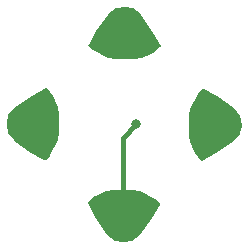
<source format=gbl>
G04 #@! TF.GenerationSoftware,KiCad,Pcbnew,5.1.2-1.fc30*
G04 #@! TF.CreationDate,2019-06-18T23:23:49+02:00*
G04 #@! TF.ProjectId,bricopixels,62726963-6f70-4697-9865-6c732e6b6963,1*
G04 #@! TF.SameCoordinates,Original*
G04 #@! TF.FileFunction,Copper,L2,Bot*
G04 #@! TF.FilePolarity,Positive*
%FSLAX46Y46*%
G04 Gerber Fmt 4.6, Leading zero omitted, Abs format (unit mm)*
G04 Created by KiCad (PCBNEW 5.1.2-1.fc30) date 2019-06-18 23:23:49*
%MOMM*%
%LPD*%
G04 APERTURE LIST*
%ADD10C,3.000000*%
%ADD11C,0.100000*%
%ADD12C,0.800000*%
%ADD13C,0.400000*%
G04 APERTURE END LIST*
D10*
X64058800Y-32689800D03*
D11*
G36*
X61826256Y-32675091D02*
G01*
X61953256Y-32040091D01*
X61957539Y-32026026D01*
X61968235Y-32007948D01*
X62476235Y-31372948D01*
X62486501Y-31362423D01*
X62493197Y-31357396D01*
X64017197Y-30341396D01*
X64022377Y-30338238D01*
X65165377Y-29703238D01*
X65178867Y-29697392D01*
X65193239Y-29694290D01*
X65207939Y-29694052D01*
X65222404Y-29696686D01*
X65236077Y-29702091D01*
X65248433Y-29710060D01*
X65260365Y-29721948D01*
X65768365Y-30356948D01*
X65778736Y-30374256D01*
X66159736Y-31263256D01*
X66164344Y-31278091D01*
X66291344Y-31913091D01*
X66292800Y-31927800D01*
X66292800Y-33451800D01*
X66291344Y-33466509D01*
X66164344Y-34101509D01*
X66157882Y-34120341D01*
X65522882Y-35390341D01*
X65515050Y-35402784D01*
X65508833Y-35409833D01*
X65127833Y-35790833D01*
X65116468Y-35800160D01*
X65103501Y-35807091D01*
X65089432Y-35811359D01*
X65074800Y-35812800D01*
X65060168Y-35811359D01*
X65046099Y-35807091D01*
X65038377Y-35803362D01*
X63895377Y-35168362D01*
X63887687Y-35163455D01*
X62490687Y-34147455D01*
X62476235Y-34133652D01*
X61968235Y-33498652D01*
X61960220Y-33486326D01*
X61954763Y-33472674D01*
X61952820Y-33464130D01*
X61825820Y-32702130D01*
X61824837Y-32687460D01*
X61826256Y-32675091D01*
X61826256Y-32675091D01*
G37*
D10*
X71882000Y-25044400D03*
D11*
G36*
X71896709Y-22811856D02*
G01*
X72531709Y-22938856D01*
X72545774Y-22943139D01*
X72563852Y-22953835D01*
X73198852Y-23461835D01*
X73209377Y-23472101D01*
X73214404Y-23478797D01*
X74230404Y-25002797D01*
X74233562Y-25007977D01*
X74868562Y-26150977D01*
X74874408Y-26164467D01*
X74877510Y-26178839D01*
X74877748Y-26193539D01*
X74875114Y-26208004D01*
X74869709Y-26221677D01*
X74861740Y-26234033D01*
X74849852Y-26245965D01*
X74214852Y-26753965D01*
X74197544Y-26764336D01*
X73308544Y-27145336D01*
X73293709Y-27149944D01*
X72658709Y-27276944D01*
X72644000Y-27278400D01*
X71120000Y-27278400D01*
X71105291Y-27276944D01*
X70470291Y-27149944D01*
X70451459Y-27143482D01*
X69181459Y-26508482D01*
X69169016Y-26500650D01*
X69161967Y-26494433D01*
X68780967Y-26113433D01*
X68771640Y-26102068D01*
X68764709Y-26089101D01*
X68760441Y-26075032D01*
X68759000Y-26060400D01*
X68760441Y-26045768D01*
X68764709Y-26031699D01*
X68768438Y-26023977D01*
X69403438Y-24880977D01*
X69408345Y-24873287D01*
X70424345Y-23476287D01*
X70438148Y-23461835D01*
X71073148Y-22953835D01*
X71085474Y-22945820D01*
X71099126Y-22940363D01*
X71107670Y-22938420D01*
X71869670Y-22811420D01*
X71884340Y-22810437D01*
X71896709Y-22811856D01*
X71896709Y-22811856D01*
G37*
D10*
X79502000Y-32867600D03*
D11*
G36*
X81734544Y-32882309D02*
G01*
X81607544Y-33517309D01*
X81603261Y-33531374D01*
X81592565Y-33549452D01*
X81084565Y-34184452D01*
X81074299Y-34194977D01*
X81067603Y-34200004D01*
X79543603Y-35216004D01*
X79538423Y-35219162D01*
X78395423Y-35854162D01*
X78381933Y-35860008D01*
X78367561Y-35863110D01*
X78352861Y-35863348D01*
X78338396Y-35860714D01*
X78324723Y-35855309D01*
X78312367Y-35847340D01*
X78300435Y-35835452D01*
X77792435Y-35200452D01*
X77782064Y-35183144D01*
X77401064Y-34294144D01*
X77396456Y-34279309D01*
X77269456Y-33644309D01*
X77268000Y-33629600D01*
X77268000Y-32105600D01*
X77269456Y-32090891D01*
X77396456Y-31455891D01*
X77402918Y-31437059D01*
X78037918Y-30167059D01*
X78045750Y-30154616D01*
X78051967Y-30147567D01*
X78432967Y-29766567D01*
X78444332Y-29757240D01*
X78457299Y-29750309D01*
X78471368Y-29746041D01*
X78486000Y-29744600D01*
X78500632Y-29746041D01*
X78514701Y-29750309D01*
X78522423Y-29754038D01*
X79665423Y-30389038D01*
X79673113Y-30393945D01*
X81070113Y-31409945D01*
X81084565Y-31423748D01*
X81592565Y-32058748D01*
X81600580Y-32071074D01*
X81606037Y-32084726D01*
X81607980Y-32093270D01*
X81734980Y-32855270D01*
X81735963Y-32869940D01*
X81734544Y-32882309D01*
X81734544Y-32882309D01*
G37*
D10*
X71678800Y-40538400D03*
D11*
G36*
X71664091Y-42770944D02*
G01*
X71029091Y-42643944D01*
X71015026Y-42639661D01*
X70996948Y-42628965D01*
X70361948Y-42120965D01*
X70351423Y-42110699D01*
X70346396Y-42104003D01*
X69330396Y-40580003D01*
X69327238Y-40574823D01*
X68692238Y-39431823D01*
X68686392Y-39418333D01*
X68683290Y-39403961D01*
X68683052Y-39389261D01*
X68685686Y-39374796D01*
X68691091Y-39361123D01*
X68699060Y-39348767D01*
X68710948Y-39336835D01*
X69345948Y-38828835D01*
X69363256Y-38818464D01*
X70252256Y-38437464D01*
X70267091Y-38432856D01*
X70902091Y-38305856D01*
X70916800Y-38304400D01*
X72440800Y-38304400D01*
X72455509Y-38305856D01*
X73090509Y-38432856D01*
X73109341Y-38439318D01*
X74379341Y-39074318D01*
X74391784Y-39082150D01*
X74398833Y-39088367D01*
X74779833Y-39469367D01*
X74789160Y-39480732D01*
X74796091Y-39493699D01*
X74800359Y-39507768D01*
X74801800Y-39522400D01*
X74800359Y-39537032D01*
X74796091Y-39551101D01*
X74792362Y-39558823D01*
X74157362Y-40701823D01*
X74152455Y-40709513D01*
X73136455Y-42106513D01*
X73122652Y-42120965D01*
X72487652Y-42628965D01*
X72475326Y-42636980D01*
X72461674Y-42642437D01*
X72453130Y-42644380D01*
X71691130Y-42771380D01*
X71676460Y-42772363D01*
X71664091Y-42770944D01*
X71664091Y-42770944D01*
G37*
D12*
X72821800Y-32766000D03*
D13*
X71678800Y-33909000D02*
X71678800Y-40538400D01*
X72821800Y-32766000D02*
X71678800Y-33909000D01*
M02*

</source>
